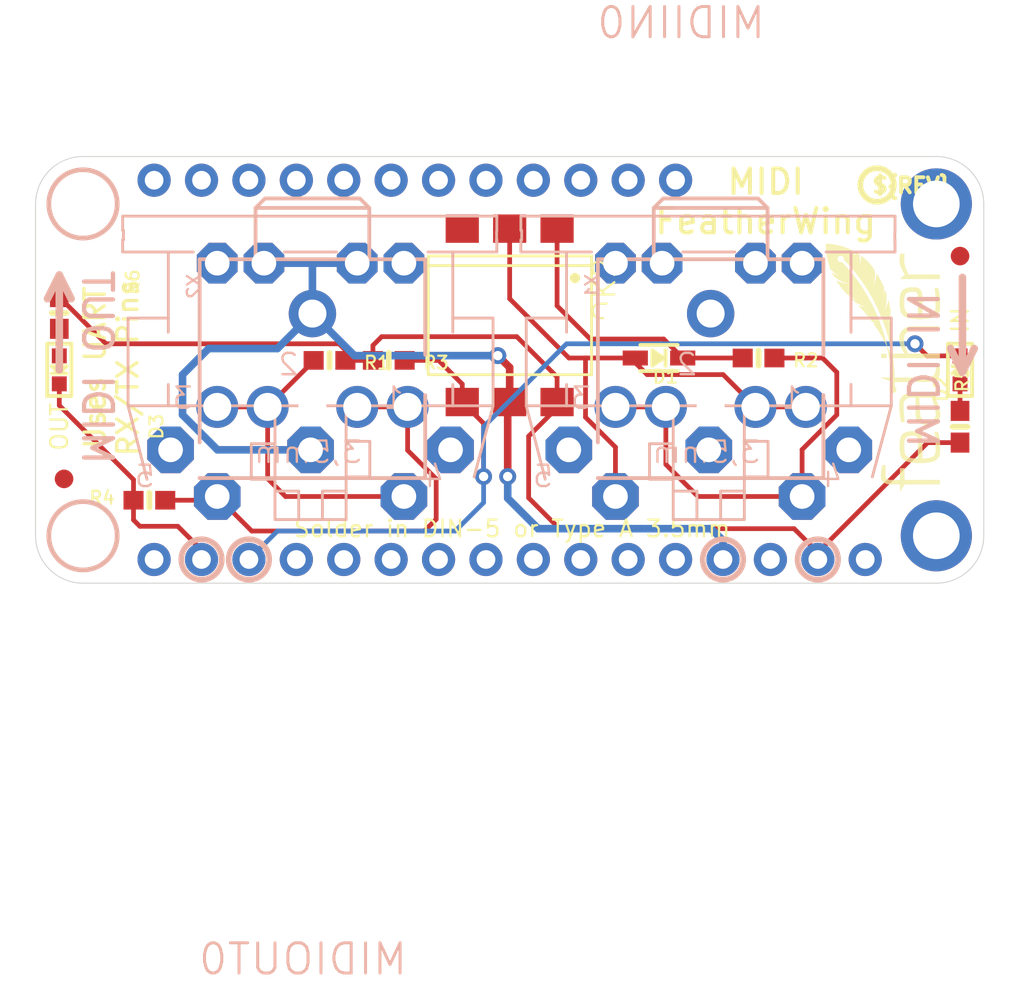
<source format=kicad_pcb>
(kicad_pcb (version 20221018) (generator pcbnew)
  (layers (0 "F.Cu" signal) (31 "B.Cu" signal) (34 "B.Paste" user) (35 "F.Paste" user) (36 "B.SilkS" user "B.Silkscreen") (37 "F.SilkS" user "F.Silkscreen") (38 "B.Mask" user) (39 "F.Mask" user) (44 "Edge.Cuts" user))
  (net 0 "")
  (net 1 "GND")
  (net 2 "3.3V")
  (net 3 "IN_SINK")
  (net 4 "IN_SOURCE")
  (net 5 "N$33")
  (net 6 "MIDI_RX")
  (net 7 "MIDI_TX")
  (net 8 "OUT_SOURCE")
  (net 9 "OUT_SINK")
  (net 10 "N$1")
  (net 11 "N$2")
  (net 12 "AREF")
  (net 13 "RESET")
  (net 14 "A")
  (net 15 "B")
  (net 16 "C")
  (net 17 "D")
  (net 18 "E")
  (net 19 "F")
  (net 20 "SCK")
  (net 21 "MOSI")
  (net 22 "MISO")
  (net 23 "G")
  (net 24 "SDA")
  (net 25 "SCL")
  (net 26 "H")
  (net 27 "I")
  (net 28 "J")
  (net 29 "K")
  (net 30 "L")
  (net 31 "M")
  (net 32 "N")
  (net 33 "USB")
  (net 34 "EN")
  (net 35 "VBAT")
  (footprint "working:0603-NO" (layer "F.Cu") (at 172.6311 108.0516 90)
    (fp_text reference "R5" (at 1.778 0.127 90) (layer "F.SilkS") (effects (font (size 0.692831 0.692831) (thickness 0.119969)) (justify left)))
    (fp_text value "2.2K")
    (pad "1" smd rect (at -0.85 0 90) (size 1.075 1) (layers "F.Cu" "F.Paste" "F.Mask") (net 2 "3.3V"))
    (pad "2" smd rect (at 0.85 0 90) (size 1.075 1) (layers "F.Cu" "F.Paste" "F.Mask") (net 10 "N$1"))
  )
  (footprint "working:CHIPLED_0603" (layer "F.Cu") (at 172.6311 105.0036)
    (fp_text reference "D2" (at -1.016 1.778 90) (layer "F.SilkS") (effects (font (size 0.692831 0.692831) (thickness 0.119969)) (justify left)))
    (fp_text value "BLUE")
    (pad "A" smd rect (at 0 0.75) (size 0.8 0.8) (layers "F.Cu" "F.Paste" "F.Mask") (net 10 "N$1"))
    (pad "C" smd rect (at 0 -0.75) (size 0.8 0.8) (layers "F.Cu" "F.Paste" "F.Mask") (net 6 "MIDI_RX"))
  )
  (footprint "working:CHIPLED_0603" (layer "F.Cu") (at 124.3711 105.0036 180)
    (fp_text reference "D3" (at -5.207 -2.286 90) (layer "F.SilkS") (effects (font (size 0.692831 0.692831) (thickness 0.119969)) (justify right)))
    (fp_text value "BLUE")
    (pad "A" smd rect (at 0 0.75 180) (size 0.8 0.8) (layers "F.Cu" "F.Paste" "F.Mask") (net 11 "N$2"))
    (pad "C" smd rect (at 0 -0.75 180) (size 0.8 0.8) (layers "F.Cu" "F.Paste" "F.Mask") (net 7 "MIDI_TX"))
  )
  (footprint "working:0603-NO" (layer "F.Cu") (at 129.1971 111.9886 180)
    (fp_text reference "R4" (at 1.778 0.127) (layer "F.SilkS") (effects (font (size 0.692831 0.692831) (thickness 0.119969)) (justify right)))
    (fp_text value "10")
    (pad "1" smd rect (at -0.85 0 180) (size 1.075 1) (layers "F.Cu" "F.Paste" "F.Mask") (net 9 "OUT_SINK"))
    (pad "2" smd rect (at 0.85 0 180) (size 1.075 1) (layers "F.Cu" "F.Paste" "F.Mask") (net 7 "MIDI_TX"))
  )
  (footprint "working:FIDUCIAL_1MM" (layer "F.Cu") (at 124.6251 110.8456)
    (fp_text reference "FID1" hide)
    (fp_text value "FIDUCIAL_1MM" hide)
    (pad "1" smd roundrect (at 0 0) (size 1 1) (layers "F.Cu" "F.Mask") (roundrect_rratio 0.5))
  )
  (footprint "working:SOD-323" (layer "F.Cu") (at 156.5021 104.3686 180)
    (fp_text reference "D1" (at -1.1 -1) (layer "F.SilkS") (effects (font (size 0.692831 0.692831) (thickness 0.119969)) (justify right)))
    (fp_text value "1N4148")
    (pad "A" smd rect (at 1.27 0 180) (size 1.35 0.8) (layers "F.Cu" "F.Paste" "F.Mask") (net 3 "IN_SINK"))
    (pad "C" smd rect (at -1.27 0 180) (size 1.35 0.8) (layers "F.Cu" "F.Paste" "F.Mask") (net 5 "N$33"))
  )
  (footprint "working:0603-NO" (layer "F.Cu") (at 142.0241 104.4956)
    (fp_text reference "R3" (at 1.778 0.127) (layer "F.SilkS") (effects (font (size 0.692831 0.692831) (thickness 0.119969)) (justify left)))
    (fp_text value "470")
    (pad "1" smd rect (at -0.85 0) (size 1.075 1) (layers "F.Cu" "F.Paste" "F.Mask") (net 2 "3.3V"))
    (pad "2" smd rect (at 0.85 0) (size 1.075 1) (layers "F.Cu" "F.Paste" "F.Mask") (net 6 "MIDI_RX"))
  )
  (footprint "working:FIDUCIAL_1MM" (layer "F.Cu") (at 172.6311 98.9076)
    (fp_text reference "FID2" hide)
    (fp_text value "FIDUCIAL_1MM" hide)
    (pad "1" smd roundrect (at 0 0) (size 1 1) (layers "F.Cu" "F.Mask") (roundrect_rratio 0.5))
  )
  (footprint "working:DIL6-SMD" (layer "F.Cu") (at 148.5011 102.0826 180)
    (fp_text reference "OK2" (at -5.08 3.175 90) (layer "F.SilkS") (effects (font (size 1.1557 1.1557) (thickness 0.1143)) (justify right)))
    (fp_text value "H11L1MS")
    (pad "1" smd rect (at -2.54 4.645 180) (size 1.78 1.52) (layers "F.Cu" "F.Paste" "F.Mask") (net 5 "N$33"))
    (pad "2" smd rect (at 0 4.645 180) (size 1.78 1.52) (layers "F.Cu" "F.Paste" "F.Mask") (net 3 "IN_SINK"))
    (pad "3" smd rect (at 2.54 4.645 180) (size 1.78 1.52) (layers "F.Cu" "F.Paste" "F.Mask"))
    (pad "4" smd rect (at 2.54 -4.645) (size 1.78 1.52) (layers "F.Cu" "F.Paste" "F.Mask") (net 6 "MIDI_RX"))
    (pad "5" smd rect (at 0 -4.645) (size 1.78 1.52) (layers "F.Cu" "F.Paste" "F.Mask") (net 1 "GND"))
    (pad "6" smd rect (at -2.54 -4.645) (size 1.78 1.52) (layers "F.Cu" "F.Paste" "F.Mask") (net 2 "3.3V"))
  )
  (footprint "working:FEATHERLOGO_SMALL" (layer "F.Cu") (at 171.6151 111.6076 90)
    (fp_text reference "U$9" hide)
    (fp_text value "" hide)
  )
  (footprint "working:PCBFEAT-REV-040" (layer "F.Cu") (at 168.1861 95.0976)
    (fp_text reference "U$8" hide)
    (fp_text value "" hide)
    (fp_text user "${REV}" (at -0.3556 0.508) (layer "F.SilkS") (effects (font (size 0.8128 0.8128) (thickness 0.2032)) (justify left bottom)))
  )
  (footprint "working:0603-NO" (layer "F.Cu") (at 161.8361 104.3686)
    (fp_text reference "R2" (at 1.778 0.127) (layer "F.SilkS") (effects (font (size 0.692831 0.692831) (thickness 0.119969)) (justify left)))
    (fp_text value "220")
    (pad "1" smd rect (at -0.85 0) (size 1.075 1) (layers "F.Cu" "F.Paste" "F.Mask") (net 5 "N$33"))
    (pad "2" smd rect (at 0.85 0) (size 1.075 1) (layers "F.Cu" "F.Paste" "F.Mask") (net 4 "IN_SOURCE"))
  )
  (footprint "working:0603-NO" (layer "F.Cu") (at 138.8491 104.4956)
    (fp_text reference "R1" (at 1.778 0.127) (layer "F.SilkS") (effects (font (size 0.692831 0.692831) (thickness 0.119969)) (justify left)))
    (fp_text value "33")
    (pad "1" smd rect (at -0.85 0) (size 1.075 1) (layers "F.Cu" "F.Paste" "F.Mask") (net 8 "OUT_SOURCE"))
    (pad "2" smd rect (at 0.85 0) (size 1.075 1) (layers "F.Cu" "F.Paste" "F.Mask") (net 2 "3.3V"))
  )
  (footprint "working:0603-NO" (layer "F.Cu") (at 124.3711 101.9556 -90)
    (fp_text reference "R6" (at -2.413 -3.937 90) (layer "F.SilkS") (effects (font (size 0.692831 0.692831) (thickness 0.119969)) (justify right)))
    (fp_text value "2.2K")
    (pad "1" smd rect (at -0.85 0 270) (size 1.075 1) (layers "F.Cu" "F.Paste" "F.Mask") (net 2 "3.3V"))
    (pad "2" smd rect (at 0.85 0 270) (size 1.075 1) (layers "F.Cu" "F.Paste" "F.Mask") (net 11 "N$2"))
  )
  (footprint "working:CP-2350" (layer "B.Cu") (at 137.8331 99.2886)
    (fp_text reference "MIDIOUT0" (at -6.096 37.291) (layer "B.SilkS") (effects (font (size 1.61798 1.61798) (thickness 0.16002)) (justify right mirror)))
    (fp_text value "DIN_5")
    (fp_text user "2" (at -0.551 6.094 180) (layer "B.SilkS") (effects (font (size 1.143 1.143) (thickness 0.127)) (justify left bottom mirror)))
    (fp_text user "5" (at -8.255 12.085 180) (layer "B.SilkS") (effects (font (size 1.143 1.143) (thickness 0.127)) (justify left bottom mirror)))
    (fp_text user "1" (at 5.08 7.894 180) (layer "B.SilkS") (effects (font (size 1.143 1.143) (thickness 0.127)) (justify left bottom mirror)))
    (fp_text user "4" (at 7.239 12.085 180) (layer "B.SilkS") (effects (font (size 1.143 1.143) (thickness 0.127)) (justify left bottom mirror)))
    (fp_text user "3" (at -6.223 7.894 180) (layer "B.SilkS") (effects (font (size 1.143 1.143) (thickness 0.127)) (justify left bottom mirror)))
    (pad "1" thru_hole roundrect (at 7.5 10) (size 2.5 2.5) (drill 1.3208) (layers "*.Cu" "*.Mask") (chamfer_ratio 0.2928932188) (chamfer top_left top_right bottom_left bottom_right))
    (pad "2" thru_hole roundrect (at 0 10 270) (size 2.5 2.5) (drill 1.3208) (layers "*.Cu" "*.Mask") (chamfer_ratio 0.2928932188) (chamfer top_left top_right bottom_left bottom_right) (net 1 "GND"))
    (pad "3" thru_hole roundrect (at -7.5 10) (size 2.5 2.5) (drill 1.3208) (layers "*.Cu" "*.Mask") (chamfer_ratio 0.2928932188) (chamfer top_left top_right bottom_left bottom_right))
    (pad "4" thru_hole roundrect (at 5 12.5) (size 2.5 2.5) (drill 1.3208) (layers "*.Cu" "*.Mask") (chamfer_ratio 0.2928932188) (chamfer top_left top_right bottom_left bottom_right) (net 8 "OUT_SOURCE"))
    (pad "5" thru_hole roundrect (at -5 12.5) (size 2.5 2.5) (drill 1.3208) (layers "*.Cu" "*.Mask") (chamfer_ratio 0.2928932188) (chamfer top_left top_right bottom_left bottom_right) (net 9 "OUT_SINK"))
    (pad "PE" thru_hole roundrect (at -2.5 0) (size 2.1844 2.1844) (drill 1.3208) (layers "*.Cu" "*.Mask") (chamfer_ratio 0.2928932188) (chamfer top_left top_right bottom_left bottom_right) (net 1 "GND"))
    (pad "PE1" thru_hole roundrect (at -5 0) (size 2.1844 2.1844) (drill 1.3208) (layers "*.Cu" "*.Mask") (chamfer_ratio 0.2928932188) (chamfer top_left top_right bottom_left bottom_right))
    (pad "PE2" thru_hole roundrect (at 5 0) (size 2.1844 2.1844) (drill 1.3208) (layers "*.Cu" "*.Mask") (chamfer_ratio 0.2928932188) (chamfer top_left top_right bottom_left bottom_right))
    (pad "PE@" thru_hole roundrect (at 2.5 0) (size 2.1844 2.1844) (drill 1.3208) (layers "*.Cu" "*.Mask") (chamfer_ratio 0.2928932188) (chamfer top_left top_right bottom_left bottom_right) (net 1 "GND"))
  )
  (footprint "working:STX3100" (layer "B.Cu") (at 137.8331 99.2886 -90)
    (fp_text reference "X2" (at 1.985 6.25 -270) (layer "B.SilkS") (effects (font (size 0.692831 0.692831) (thickness 0.119969)) (justify right mirror)))
    (fp_text value "3.5mm")
    (fp_text user "3,5mm" (at 10.79 -2.831) (layer "B.SilkS") (effects (font (size 1.143 1.143) (thickness 0.127)) (justify left bottom mirror)))
    (pad "" np_thru_hole circle (at 2.7 -5.1 270) (size 1.5 1.5) (drill 1.5) (layers "*.Cu" "*.Mask"))
    (pad "" np_thru_hole circle (at 2.7 4.9 270) (size 1.5 1.5) (drill 1.5) (layers "*.Cu" "*.Mask"))
    (pad "" np_thru_hole circle (at 7.7 -0.1 270) (size 1.5 1.5) (drill 1.5) (layers "*.Cu" "*.Mask"))
    (pad "1" thru_hole circle (at 2.7 -0.1 270) (size 2.54 2.54) (drill 1.5) (layers "*.Cu" "*.Mask") (net 1 "GND"))
    (pad "2" thru_hole circle (at 7.7 5 270) (size 2.25 2.25) (drill 1.5) (layers "*.Cu" "*.Mask") (net 8 "OUT_SOURCE"))
    (pad "3" thru_hole circle (at 7.7 2.3 270) (size 2.25 2.25) (drill 1.5) (layers "*.Cu" "*.Mask") (net 8 "OUT_SOURCE"))
    (pad "4" thru_hole circle (at 7.7 -2.5 270) (size 2.25 2.25) (drill 1.5) (layers "*.Cu" "*.Mask") (net 9 "OUT_SINK"))
    (pad "5" thru_hole circle (at 7.7 -5.2 270) (size 2.25 2.25) (drill 1.5) (layers "*.Cu" "*.Mask") (net 9 "OUT_SINK"))
  )
  (footprint "working:CP-2350" (layer "B.Cu") (at 159.1691 99.2886)
    (fp_text reference "MIDIIN0" (at -6.096 -12.874) (layer "B.SilkS") (effects (font (size 1.61798 1.61798) (thickness 0.16002)) (justify right mirror)))
    (fp_text value "DIN_5")
    (fp_text user "1" (at 5.08 7.894 180) (layer "B.SilkS") (effects (font (size 1.143 1.143) (thickness 0.127)) (justify left bottom mirror)))
    (fp_text user "3" (at -6.223 7.894 180) (layer "B.SilkS") (effects (font (size 1.143 1.143) (thickness 0.127)) (justify left bottom mirror)))
    (fp_text user "4" (at 7.239 12.085 180) (layer "B.SilkS") (effects (font (size 1.143 1.143) (thickness 0.127)) (justify left bottom mirror)))
    (fp_text user "5" (at -8.255 12.085 180) (layer "B.SilkS") (effects (font (size 1.143 1.143) (thickness 0.127)) (justify left bottom mirror)))
    (fp_text user "2" (at -0.551 6.094 180) (layer "B.SilkS") (effects (font (size 1.143 1.143) (thickness 0.127)) (justify left bottom mirror)))
    (pad "1" thru_hole roundrect (at 7.5 10) (size 2.5 2.5) (drill 1.3208) (layers "*.Cu" "*.Mask") (chamfer_ratio 0.2928932188) (chamfer top_left top_right bottom_left bottom_right))
    (pad "2" thru_hole roundrect (at 0 10 270) (size 2.5 2.5) (drill 1.3208) (layers "*.Cu" "*.Mask") (chamfer_ratio 0.2928932188) (chamfer top_left top_right bottom_left bottom_right))
    (pad "3" thru_hole roundrect (at -7.5 10) (size 2.5 2.5) (drill 1.3208) (layers "*.Cu" "*.Mask") (chamfer_ratio 0.2928932188) (chamfer top_left top_right bottom_left bottom_right))
    (pad "4" thru_hole roundrect (at 5 12.5) (size 2.5 2.5) (drill 1.3208) (layers "*.Cu" "*.Mask") (chamfer_ratio 0.2928932188) (chamfer top_left top_right bottom_left bottom_right) (net 4 "IN_SOURCE"))
    (pad "5" thru_hole roundrect (at -5 12.5) (size 2.5 2.5) (drill 1.3208) (layers "*.Cu" "*.Mask") (chamfer_ratio 0.2928932188) (chamfer top_left top_right bottom_left bottom_right) (net 3 "IN_SINK"))
    (pad "PE" thru_hole roundrect (at -2.5 0) (size 2.1844 2.1844) (drill 1.3208) (layers "*.Cu" "*.Mask") (chamfer_ratio 0.2928932188) (chamfer top_left top_right bottom_left bottom_right))
    (pad "PE1" thru_hole roundrect (at -5 0) (size 2.1844 2.1844) (drill 1.3208) (layers "*.Cu" "*.Mask") (chamfer_ratio 0.2928932188) (chamfer top_left top_right bottom_left bottom_right))
    (pad "PE2" thru_hole roundrect (at 5 0) (size 2.1844 2.1844) (drill 1.3208) (layers "*.Cu" "*.Mask") (chamfer_ratio 0.2928932188) (chamfer top_left top_right bottom_left bottom_right))
    (pad "PE@" thru_hole roundrect (at 2.5 0) (size 2.1844 2.1844) (drill 1.3208) (layers "*.Cu" "*.Mask") (chamfer_ratio 0.2928932188) (chamfer top_left top_right bottom_left bottom_right))
  )
  (footprint "working:FEATHERWING_NODIM" (layer "B.Cu") (at 173.9011 116.4336 180)
    (fp_text reference "MS1" hide)
    (fp_text value "FEATHERWING_NODIM" hide)
    (pad "" np_thru_hole circle (at 48.26 2.54 180) (size 2.54 2.54) (drill 2.54) (layers "*.Cu" "*.Mask"))
    (pad "" np_thru_hole circle (at 48.26 20.32 180) (size 2.54 2.54) (drill 2.54) (layers "*.Cu" "*.Mask"))
    (pad "1" thru_hole circle (at 6.35 1.27 180) (size 1.778 1.778) (drill 1) (layers "*.Cu" "*.Mask") (net 13 "RESET"))
    (pad "2" thru_hole circle (at 8.89 1.27 180) (size 1.778 1.778) (drill 1) (layers "*.Cu" "*.Mask") (net 2 "3.3V"))
    (pad "3" thru_hole circle (at 11.43 1.27 180) (size 1.778 1.778) (drill 1) (layers "*.Cu" "*.Mask") (net 12 "AREF"))
    (pad "4" thru_hole circle (at 13.97 1.27 180) (size 1.778 1.778) (drill 1) (layers "*.Cu" "*.Mask") (net 1 "GND"))
    (pad "5" thru_hole circle (at 16.51 1.27 180) (size 1.778 1.778) (drill 1) (layers "*.Cu" "*.Mask") (net 14 "A"))
    (pad "6" thru_hole circle (at 19.05 1.27 180) (size 1.778 1.778) (drill 1) (layers "*.Cu" "*.Mask") (net 15 "B"))
    (pad "7" thru_hole circle (at 21.59 1.27 180) (size 1.778 1.778) (drill 1) (layers "*.Cu" "*.Mask") (net 16 "C"))
    (pad "8" thru_hole circle (at 24.13 1.27 180) (size 1.778 1.778) (drill 1) (layers "*.Cu" "*.Mask") (net 17 "D"))
    (pad "9" thru_hole circle (at 26.67 1.27 180) (size 1.778 1.778) (drill 1) (layers "*.Cu" "*.Mask") (net 18 "E"))
    (pad "10" thru_hole circle (at 29.21 1.27 180) (size 1.778 1.778) (drill 1) (layers "*.Cu" "*.Mask") (net 19 "F"))
    (pad "11" thru_hole circle (at 31.75 1.27 180) (size 1.778 1.778) (drill 1) (layers "*.Cu" "*.Mask") (net 20 "SCK"))
    (pad "12" thru_hole circle (at 34.29 1.27 180) (size 1.778 1.778) (drill 1) (layers "*.Cu" "*.Mask") (net 21 "MOSI"))
    (pad "13" thru_hole circle (at 36.83 1.27 180) (size 1.778 1.778) (drill 1) (layers "*.Cu" "*.Mask") (net 22 "MISO"))
    (pad "14" thru_hole circle (at 39.37 1.27 180) (size 1.778 1.778) (drill 1) (layers "*.Cu" "*.Mask") (net 6 "MIDI_RX"))
    (pad "15" thru_hole circle (at 41.91 1.27 180) (size 1.778 1.778) (drill 1) (layers "*.Cu" "*.Mask") (net 7 "MIDI_TX"))
    (pad "16" thru_hole circle (at 44.45 1.27 180) (size 1.778 1.778) (drill 1) (layers "*.Cu" "*.Mask") (net 23 "G"))
    (pad "17" thru_hole circle (at 44.45 21.59 180) (size 1.778 1.778) (drill 1) (layers "*.Cu" "*.Mask") (net 24 "SDA"))
    (pad "18" thru_hole circle (at 41.91 21.59 180) (size 1.778 1.778) (drill 1) (layers "*.Cu" "*.Mask") (net 25 "SCL"))
    (pad "19" thru_hole circle (at 39.37 21.59 180) (size 1.778 1.778) (drill 1) (layers "*.Cu" "*.Mask") (net 26 "H"))
    (pad "20" thru_hole circle (at 36.83 21.59 180) (size 1.778 1.778) (drill 1) (layers "*.Cu" "*.Mask") (net 27 "I"))
    (pad "21" thru_hole circle (at 34.29 21.59 180) (size 1.778 1.778) (drill 1) (layers "*.Cu" "*.Mask") (net 28 "J"))
    (pad "22" thru_hole circle (at 31.75 21.59 180) (size 1.778 1.778) (drill 1) (layers "*.Cu" "*.Mask") (net 29 "K"))
    (pad "23" thru_hole circle (at 29.21 21.59 180) (size 1.778 1.778) (drill 1) (layers "*.Cu" "*.Mask") (net 30 "L"))
    (pad "24" thru_hole circle (at 26.67 21.59 180) (size 1.778 1.778) (drill 1) (layers "*.Cu" "*.Mask") (net 31 "M"))
    (pad "25" thru_hole circle (at 24.13 21.59 180) (size 1.778 1.778) (drill 1) (layers "*.Cu" "*.Mask") (net 32 "N"))
    (pad "26" thru_hole circle (at 21.59 21.59 180) (size 1.778 1.778) (drill 1) (layers "*.Cu" "*.Mask") (net 33 "USB"))
    (pad "27" thru_hole circle (at 19.05 21.59 180) (size 1.778 1.778) (drill 1) (layers "*.Cu" "*.Mask") (net 34 "EN"))
    (pad "28" thru_hole circle (at 16.51 21.59 180) (size 1.778 1.778) (drill 1) (layers "*.Cu" "*.Mask") (net 35 "VBAT"))
    (pad "P$1" thru_hole circle (at 2.54 20.32 180) (size 3.81 3.81) (drill 2.5) (layers "*.Cu" "*.Mask"))
    (pad "P$2" thru_hole circle (at 2.54 2.54 180) (size 3.81 3.81) (drill 2.5) (layers "*.Cu" "*.Mask"))
  )
  (footprint "working:STX3100" (layer "B.Cu") (at 159.1691 99.2886 -90)
    (fp_text reference "X1" (at 1.985 6.25 -270) (layer "B.SilkS") (effects (font (size 0.692831 0.692831) (thickness 0.119969)) (justify right mirror)))
    (fp_text value "3.5mm")
    (fp_text user "3,5mm" (at 10.79 -2.831) (layer "B.SilkS") (effects (font (size 1.143 1.143) (thickness 0.127)) (justify left bottom mirror)))
    (pad "" np_thru_hole circle (at 2.7 -5.1 270) (size 1.5 1.5) (drill 1.5) (layers "*.Cu" "*.Mask"))
    (pad "" np_thru_hole circle (at 2.7 4.9 270) (size 1.5 1.5) (drill 1.5) (layers "*.Cu" "*.Mask"))
    (pad "" np_thru_hole circle (at 7.7 -0.1 270) (size 1.5 1.5) (drill 1.5) (layers "*.Cu" "*.Mask"))
    (pad "1" thru_hole circle (at 2.7 -0.1 270) (size 2.54 2.54) (drill 1.5) (layers "*.Cu" "*.Mask"))
    (pad "2" thru_hole circle (at 7.7 5 270) (size 2.25 2.25) (drill 1.5) (layers "*.Cu" "*.Mask") (net 4 "IN_SOURCE"))
    (pad "3" thru_hole circle (at 7.7 2.3 270) (size 2.25 2.25) (drill 1.5) (layers "*.Cu" "*.Mask") (net 4 "IN_SOURCE"))
    (pad "4" thru_hole circle (at 7.7 -2.5 270) (size 2.25 2.25) (drill 1.5) (layers "*.Cu" "*.Mask") (net 3 "IN_SINK"))
    (pad "5" thru_hole circle (at 7.7 -5.2 270) (size 2.25 2.25) (drill 1.5) (layers "*.Cu" "*.Mask") (net 3 "IN_SINK"))
  )
  (gr_circle (center 134.5311 115.1636) (end 135.616187 115.1636) (stroke (width 0.3048)) (fill none) (layer "B.SilkS"))
  (gr_circle (center 159.9311 115.1636) (end 161.016187 115.1636) (stroke (width 0.3048)) (fill none) (layer "B.SilkS"))
  (gr_line (start 172.7581 105.1306) (end 173.3931 103.8606) (stroke (width 0.4064)) (layer "B.SilkS"))
  (gr_circle (center 131.9911 115.1636) (end 133.076187 115.1636) (stroke (width 0.3048)) (fill none) (layer "B.SilkS"))
  (gr_line (start 172.7581 105.1306) (end 172.1231 103.8606) (stroke (width 0.4064)) (layer "B.SilkS"))
  (gr_circle (center 165.0111 115.1636) (end 166.096187 115.1636) (stroke (width 0.3048)) (fill none) (layer "B.SilkS"))
  (gr_line (start 124.3711 105.0036) (end 124.3711 99.9236) (stroke (width 0.4064)) (layer "B.SilkS"))
  (gr_line (start 124.3711 99.9236) (end 123.7361 101.1936) (stroke (width 0.4064)) (layer "B.SilkS"))
  (gr_circle (center 125.6411 96.1136) (end 127.472718 96.1136) (stroke (width 0.254)) (fill none) (layer "B.SilkS"))
  (gr_line (start 124.3711 99.9236) (end 125.0061 101.1936) (stroke (width 0.4064)) (layer "B.SilkS"))
  (gr_circle (center 125.6411 113.8936) (end 127.472718 113.8936) (stroke (width 0.254)) (fill none) (layer "B.SilkS"))
  (gr_line (start 172.7581 100.0506) (end 172.7581 105.1306) (stroke (width 0.4064)) (layer "B.SilkS"))
  (gr_arc (start 123.1011 96.1136) (mid 123.845049 94.317549) (end 125.6411 93.5736) (stroke (width 0.05)) (layer "Edge.Cuts"))
  (gr_line (start 171.3611 93.5736) (end 125.6411 93.5736) (stroke (width 0.05)) (layer "Edge.Cuts"))
  (gr_arc (start 171.3611 93.5736) (mid 173.157151 94.317549) (end 173.9011 96.1136) (stroke (width 0.05)) (layer "Edge.Cuts"))
  (gr_line (start 123.1011 96.1136) (end 123.1011 113.8936) (stroke (width 0.05)) (layer "Edge.Cuts"))
  (gr_line (start 125.6411 116.4336) (end 171.3611 116.4336) (stroke (width 0.05)) (layer "Edge.Cuts"))
  (gr_arc (start 173.9011 113.8936) (mid 173.157151 115.689651) (end 171.3611 116.4336) (stroke (width 0.05)) (layer "Edge.Cuts"))
  (gr_line (start 173.9011 113.8936) (end 173.9011 96.1136) (stroke (width 0.05)) (layer "Edge.Cuts"))
  (gr_arc (start 125.6411 116.4336) (mid 123.845049 115.689651) (end 123.1011 113.8936) (stroke (width 0.05)) (layer "Edge.Cuts"))
  (gr_text "MIDI OUT" (at 126.4031 104.8766 -90) (layer "B.SilkS") (effects (font (size 1.54686 1.54686) (thickness 0.23114)) (justify mirror)))
  (gr_text "MIDI IN" (at 170.5991 105.0036 -90) (layer "B.SilkS") (effects (font (size 1.54686 1.54686) (thickness 0.23114)) (justify mirror)))
  (gr_text "Solder in DIN-5 or Type A 3.5mm" (at 148.6281 113.5126) (layer "F.SilkS") (effects (font (size 0.89408 0.89408) (thickness 0.12192))))
  (gr_text "Uses UART\nRX/TX Pins" (at 127.1651 104.8766 90) (layer "F.SilkS") (effects (font (size 1.0922 1.0922) (thickness 0.1778))))
  (gr_text "MIDI\nFeatherWing" (at 162.2171 95.9866) (layer "F.SilkS") (effects (font (size 1.31064 1.31064) (thickness 0.21336))))
  (gr_text "OUT" (at 124.3711 108.0516 90) (layer "F.SilkS") (effects (font (size 0.89408 0.89408) (thickness 0.12192))))
  (gr_text "IN" (at 172.6311 102.3366 90) (layer "F.SilkS") (effects (font (size 0.89408 0.89408) (thickness 0.12192))))
  (segment (start 148.5011 104.8766) (end 147.8661 104.2416) (width 0.4064) (layer "F.Cu") (net 1))
  (segment (start 148.5011 106.7276) (end 148.5011 104.8766) (width 0.4064) (layer "F.Cu") (net 1))
  (segment (start 148.5011 106.7276) (end 148.3955 106.8332) (width 0.4064) (layer "F.Cu") (net 1))
  (segment (start 148.3955 106.8332) (end 148.3955 110.7186) (width 0.4064) (layer "F.Cu") (net 1))
  (via (at 148.3955 110.7186) (size 0.9064) (drill 0.5) (layers "F.Cu" "B.Cu") (net 1))
  (via (at 147.8661 104.2416) (size 0.9064) (drill 0.5) (layers "F.Cu" "B.Cu") (net 1))
  (segment (start 136.0611 103.8606) (end 137.9331 101.9886) (width 0.4064) (layer "B.Cu") (net 1))
  (segment (start 159.9311 114.1476) (end 159.2961 113.5126) (width 0.4064) (layer "B.Cu") (net 1))
  (segment (start 135.3331 99.2886) (end 137.9601 99.2886) (width 0.4064) (layer "B.Cu") (net 1))
  (segment (start 147.8661 104.2416) (end 140.1861 104.2416) (width 0.4064) (layer "B.Cu") (net 1))
  (segment (start 137.9601 99.2886) (end 140.3331 99.2886) (width 0.4064) (layer "B.Cu") (net 1))
  (segment (start 132.3721 103.8606) (end 136.0611 103.8606) (width 0.4064) (layer "B.Cu") (net 1))
  (segment (start 159.2961 113.5126) (end 150.0251 113.5126) (width 0.4064) (layer "B.Cu") (net 1))
  (segment (start 130.9751 107.4166) (end 130.9751 105.2576) (width 0.4064) (layer "B.Cu") (net 1))
  (segment (start 150.0251 113.5126) (end 148.3955 111.883) (width 0.4064) (layer "B.Cu") (net 1))
  (segment (start 132.8471 109.2886) (end 130.9751 107.4166) (width 0.4064) (layer "B.Cu") (net 1))
  (segment (start 137.9331 101.9886) (end 137.9331 99.3156) (width 0.4064) (layer "B.Cu") (net 1))
  (segment (start 159.9311 115.1636) (end 159.9311 114.1476) (width 0.4064) (layer "B.Cu") (net 1))
  (segment (start 140.1861 104.2416) (end 137.9331 101.9886) (width 0.4064) (layer "B.Cu") (net 1))
  (segment (start 137.8331 109.2886) (end 132.8471 109.2886) (width 0.4064) (layer "B.Cu") (net 1))
  (segment (start 130.9751 105.2576) (end 132.3721 103.8606) (width 0.4064) (layer "B.Cu") (net 1))
  (segment (start 148.3955 111.883) (end 148.3955 110.7186) (width 0.4064) (layer "B.Cu") (net 1))
  (segment (start 137.9331 99.3156) (end 137.9601 99.2886) (width 0.254) (layer "B.Cu") (net 1))
  (segment (start 148.8821 103.2256) (end 151.0411 105.3846) (width 0.254) (layer "F.Cu") (net 2))
  (segment (start 149.5171 111.8616) (end 151.1681 113.5126) (width 0.254) (layer "F.Cu") (net 2))
  (segment (start 165.0111 114.7826) (end 170.8921 108.9016) (width 0.254) (layer "F.Cu") (net 2))
  (segment (start 151.1681 113.5126) (end 163.7411 113.5126) (width 0.254) (layer "F.Cu") (net 2))
  (segment (start 141.1741 104.4956) (end 139.6991 104.4956) (width 0.254) (layer "F.Cu") (net 2))
  (segment (start 141.1741 103.6946) (end 141.6431 103.2256) (width 0.254) (layer "F.Cu") (net 2))
  (segment (start 141.1741 104.4956) (end 141.1741 103.6946) (width 0.254) (layer "F.Cu") (net 2))
  (segment (start 170.8921 108.9016) (end 172.6311 108.9016) (width 0.254) (layer "F.Cu") (net 2))
  (segment (start 141.6431 103.2256) (end 148.8821 103.2256) (width 0.254) (layer "F.Cu") (net 2))
  (segment (start 151.0411 107.0356) (end 149.5171 108.5596) (width 0.254) (layer "F.Cu") (net 2))
  (segment (start 139.3571 103.6066) (end 139.6991 103.9486) (width 0.254) (layer "F.Cu") (net 2))
  (segment (start 163.7411 113.5126) (end 165.0111 114.7826) (width 0.254) (layer "F.Cu") (net 2))
  (segment (start 151.0411 106.7276) (end 151.0411 107.0356) (width 0.254) (layer "F.Cu") (net 2))
  (segment (start 124.3711 101.1056) (end 126.8721 103.6066) (width 0.254) (layer "F.Cu") (net 2))
  (segment (start 139.6991 103.9486) (end 139.6991 104.4956) (width 0.254) (layer "F.Cu") (net 2))
  (segment (start 151.0411 105.3846) (end 151.0411 106.7276) (width 0.254) (layer "F.Cu") (net 2))
  (segment (start 126.8721 103.6066) (end 139.3571 103.6066) (width 0.254) (layer "F.Cu") (net 2))
  (segment (start 149.5171 108.5596) (end 149.5171 111.8616) (width 0.254) (layer "F.Cu") (net 2))
  (segment (start 165.0111 115.1636) (end 165.0111 114.7826) (width 0.254) (layer "F.Cu") (net 2))
  (segment (start 154.1691 109.1476) (end 152.5651 107.5436) (width 0.254) (layer "F.Cu") (net 3))
  (segment (start 152.5651 104.3686) (end 155.2321 104.3686) (width 0.254) (layer "F.Cu") (net 3))
  (segment (start 159.9381 105.2576) (end 155.8671 105.2576) (width 0.254) (layer "F.Cu") (net 3))
  (segment (start 154.1691 111.7886) (end 154.1691 109.1476) (width 0.254) (layer "F.Cu") (net 3))
  (segment (start 151.6761 104.3686) (end 152.5651 104.3686) (width 0.254) (layer "F.Cu") (net 3))
  (segment (start 161.6691 106.9886) (end 164.3691 106.9886) (width 0.254) (layer "F.Cu") (net 3))
  (segment (start 161.6691 106.9886) (end 159.9381 105.2576) (width 0.254) (layer "F.Cu") (net 3))
  (segment (start 152.5651 107.5436) (end 152.5651 104.3686) (width 0.254) (layer "F.Cu") (net 3))
  (segment (start 155.8671 105.2576) (end 155.2321 104.6226) (width 0.254) (layer "F.Cu") (net 3))
  (segment (start 155.2321 104.6226) (end 155.2321 104.3686) (width 0.254) (layer "F.Cu") (net 3))
  (segment (start 148.5011 101.1936) (end 151.6761 104.3686) (width 0.254) (layer "F.Cu") (net 3))
  (segment (start 148.5011 97.4376) (end 148.5011 101.1936) (width 0.254) (layer "F.Cu") (net 3))
  (segment (start 158.5881 111.7886) (end 164.1691 111.7886) (width 0.254) (layer "F.Cu") (net 4))
  (segment (start 164.1691 109.2746) (end 166.0271 107.4166) (width 0.254) (layer "F.Cu") (net 4))
  (segment (start 165.2651 104.3686) (end 162.6861 104.3686) (width 0.254) (layer "F.Cu") (net 4))
  (segment (start 156.8691 106.9886) (end 156.8691 110.0696) (width 0.254) (layer "F.Cu") (net 4))
  (segment (start 154.1691 106.9886) (end 156.8691 106.9886) (width 0.254) (layer "F.Cu") (net 4))
  (segment (start 164.1691 111.7886) (end 164.1691 109.2746) (width 0.254) (layer "F.Cu") (net 4))
  (segment (start 156.8691 110.0696) (end 158.5881 111.7886) (width 0.254) (layer "F.Cu") (net 4))
  (segment (start 166.0271 107.4166) (end 166.0271 105.1306) (width 0.254) (layer "F.Cu") (net 4))
  (segment (start 166.0271 105.1306) (end 165.2651 104.3686) (width 0.254) (layer "F.Cu") (net 4))
  (segment (start 151.0411 101.5746) (end 152.8191 103.3526) (width 0.254) (layer "F.Cu") (net 5))
  (segment (start 157.7721 104.3686) (end 160.9861 104.3686) (width 0.254) (layer "F.Cu") (net 5))
  (segment (start 156.7561 103.3526) (end 157.7721 104.3686) (width 0.254) (layer "F.Cu") (net 5))
  (segment (start 151.0411 97.4376) (end 151.0411 101.5746) (width 0.254) (layer "F.Cu") (net 5))
  (segment (start 152.8191 103.3526) (end 156.7561 103.3526) (width 0.254) (layer "F.Cu") (net 5))
  (segment (start 147.1041 107.8706) (end 145.9611 106.7276) (width 0.254) (layer "F.Cu") (net 6))
  (segment (start 145.9611 105.7656) (end 145.9611 106.7276) (width 0.254) (layer "F.Cu") (net 6))
  (segment (start 170.8651 104.2536) (end 170.2181 103.6066) (width 0.254) (layer "F.Cu") (net 6))
  (segment (start 144.6911 104.4956) (end 145.9611 105.7656) (width 0.254) (layer "F.Cu") (net 6))
  (segment (start 147.1041 110.7186) (end 147.1041 107.8706) (width 0.254) (layer "F.Cu") (net 6))
  (segment (start 172.6311 104.2536) (end 170.8651 104.2536) (width 0.254) (layer "F.Cu") (net 6))
  (segment (start 142.8741 104.4956) (end 144.6911 104.4956) (width 0.254) (layer "F.Cu") (net 6))
  (via (at 170.2181 103.6066) (size 0.9064) (drill 0.5) (layers "F.Cu" "B.Cu") (net 6))
  (via (at 147.1041 110.7186) (size 0.9064) (drill 0.5) (layers "F.Cu" "B.Cu") (net 6))
  (segment (start 145.5801 113.6396) (end 147.1041 112.1156) (width 0.254) (layer "B.Cu") (net 6))
  (segment (start 147.1041 108.0516) (end 151.5491 103.6066) (width 0.254) (layer "B.Cu") (net 6))
  (segment (start 147.1041 112.1156) (end 147.1041 110.7186) (width 0.254) (layer "B.Cu") (net 6))
  (segment (start 147.1041 108.0516) (end 147.1041 110.7186) (width 0.254) (layer "B.Cu") (net 6))
  (segment (start 170.2181 103.6066) (end 151.5491 103.6066) (width 0.254) (layer "B.Cu") (net 6))
  (segment (start 134.5311 115.1636) (end 136.0551 113.6396) (width 0.254) (layer "B.Cu") (net 6))
  (segment (start 136.0551 113.6396) (end 145.5801 113.6396) (width 0.254) (layer "B.Cu") (net 6))
  (segment (start 124.3711 105.7536) (end 124.3711 106.9086) (width 0.254) (layer "F.Cu") (net 7))
  (segment (start 128.3471 111.9886) (end 128.3471 113.0436) (width 0.254) (layer "F.Cu") (net 7))
  (segment (start 130.7211 113.3856) (end 131.9911 114.6556) (width 0.254) (layer "F.Cu") (net 7))
  (segment (start 128.3471 110.8846) (end 128.3471 111.9886) (width 0.254) (layer "F.Cu") (net 7))
  (segment (start 128.6891 113.3856) (end 130.7211 113.3856) (width 0.254) (layer "F.Cu") (net 7))
  (segment (start 124.3711 106.9086) (end 128.3471 110.8846) (width 0.254) (layer "F.Cu") (net 7))
  (segment (start 131.9911 114.6556) (end 131.9911 115.1636) (width 0.254) (layer "F.Cu") (net 7))
  (segment (start 128.3471 113.0436) (end 128.6891 113.3856) (width 0.254) (layer "F.Cu") (net 7))
  (segment (start 132.8331 106.9886) (end 135.5331 106.9886) (width 0.254) (layer "F.Cu") (net 8))
  (segment (start 135.5331 110.8316) (end 135.5331 106.9886) (width 0.254) (layer "F.Cu") (net 8))
  (segment (start 142.8331 111.7886) (end 136.4901 111.7886) (width 0.254) (layer "F.Cu") (net 8))
  (segment (start 137.9991 104.5226) (end 137.9991 104.4956) (width 0.254) (layer "F.Cu") (net 8))
  (segment (start 136.4901 111.7886) (end 135.5331 110.8316) (width 0.254) (layer "F.Cu") (net 8))
  (segment (start 135.5331 106.9886) (end 137.9991 104.5226) (width 0.254) (layer "F.Cu") (net 8))
  (segment (start 134.6841 113.6396) (end 132.8331 111.7886) (width 0.254) (layer "F.Cu") (net 9))
  (segment (start 144.5641 110.8456) (end 144.5641 113.0046) (width 0.254) (layer "F.Cu") (net 9))
  (segment (start 140.3331 106.9886) (end 143.0331 106.9886) (width 0.254) (layer "F.Cu") (net 9))
  (segment (start 143.0331 106.9886) (end 143.0331 109.3146) (width 0.254) (layer "F.Cu") (net 9))
  (segment (start 132.6331 111.9886) (end 132.8331 111.7886) (width 0.254) (layer "F.Cu") (net 9))
  (segment (start 143.0331 109.3146) (end 144.5641 110.8456) (width 0.254) (layer "F.Cu") (net 9))
  (segment (start 143.9291 113.6396) (end 134.6841 113.6396) (width 0.254) (layer "F.Cu") (net 9))
  (segment (start 130.0471 111.9886) (end 132.6331 111.9886) (width 0.254) (layer "F.Cu") (net 9))
  (segment (start 144.5641 113.0046) (end 143.9291 113.6396) (width 0.254) (layer "F.Cu") (net 9))
  (segment (start 172.6311 105.7536) (end 172.6311 107.2016) (width 0.254) (layer "F.Cu") (net 10))
  (segment (start 124.3711 104.2536) (end 124.418396 104.206304) (width 0.254) (layer "F.Cu") (net 11))
  (segment (start 124.418396 104.206304) (end 124.3711 102.8056) (width 0.254) (layer "F.Cu") (net 11))
)
</source>
